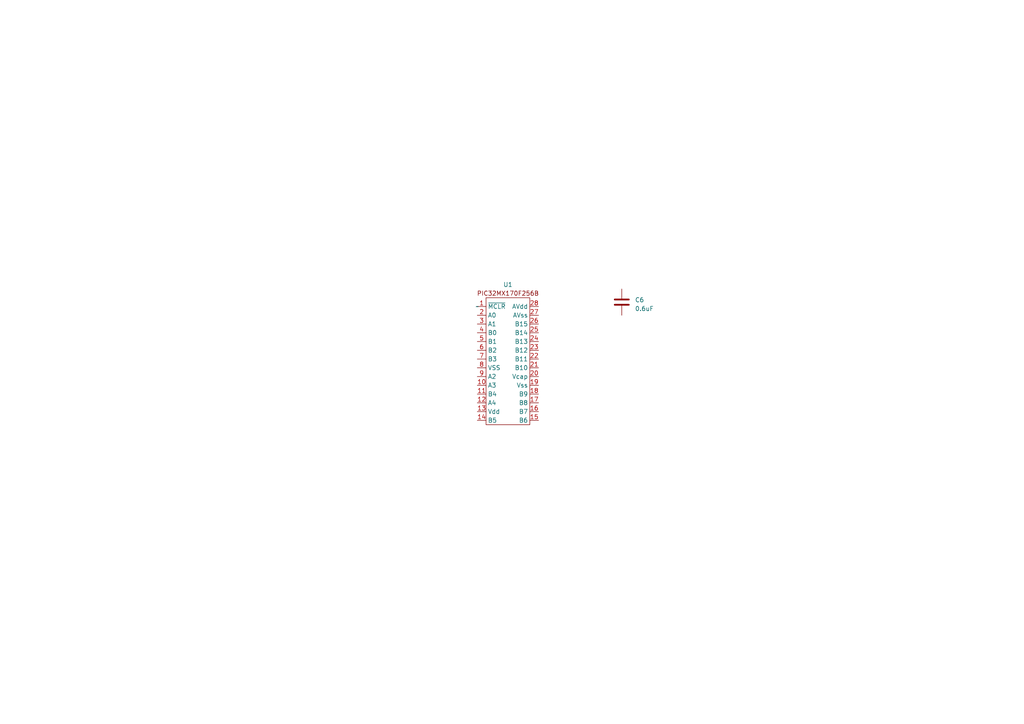
<source format=kicad_sch>
(kicad_sch (version 20230121) (generator eeschema)
  (paper "A4")
  (lib_symbols
    (symbol "Device:C" (pin_numbers hide) (pin_names (offset 0.254))
      (property "Reference" "C" (at 0.635 2.54 0))
      (property "Value" "C" (at 0.635 -2.54 0))
      (symbol "C_0_1"
        (polyline (pts (xy -2.032 -0.762) (xy 2.032 -0.762)) (stroke (width 0.508)))
        (polyline (pts (xy -2.032 0.762) (xy 2.032 0.762)) (stroke (width 0.508)))
      )
      (symbol "C_1_1"
        (pin passive line (at 0 3.81 270) (length 2.794) (name "~") (number "1"))
        (pin passive line (at 0 -3.81 90) (length 2.794) (name "~") (number "2"))
      )
    )
    (symbol "PIC32:PIC32MX170F256B"
      (property "Reference" "U" (at 8.89 6.35 0))
      (symbol "PIC32MX170F256B_0_1"
        (rectangle (start 2.54 2.54) (end 15.24 -34.29))
      )
      (symbol "PIC32MX170F256B_1_1"
        (text "PIC32MX170F256B" (at 8.89 3.81 0) (effects (font (size 1.27 1.27))))
        (pin input line (at 0 0 0) (length 2.54) (name "~{MCLR}") (number "1"))
        (pin input line (at 0 -22.86 0) (length 2.54) (name "A3") (number "10"))
        (pin input line (at 0 -25.4 0) (length 2.54) (name "B4") (number "11"))
        (pin input line (at 0 -27.94 0) (length 2.54) (name "A4") (number "12"))
        (pin input line (at 0 -30.48 0) (length 2.54) (name "Vdd") (number "13"))
        (pin input line (at 0 -33.02 0) (length 2.54) (name "B5") (number "14"))
        (pin input line (at 17.78 -33.02 180) (length 2.54) (name "B6") (number "15"))
        (pin input line (at 17.78 -30.48 180) (length 2.54) (name "B7") (number "16"))
        (pin input line (at 17.78 -27.94 180) (length 2.54) (name "B8") (number "17"))
        (pin input line (at 17.78 -25.4 180) (length 2.54) (name "B9") (number "18"))
        (pin input line (at 17.78 -22.86 180) (length 2.54) (name "Vss") (number "19"))
        (pin input line (at 0 -2.54 0) (length 2.54) (name "A0") (number "2"))
        (pin input line (at 17.78 -20.32 180) (length 2.54) (name "Vcap") (number "20"))
        (pin input line (at 17.78 -17.78 180) (length 2.54) (name "B10") (number "21"))
        (pin input line (at 17.78 -15.24 180) (length 2.54) (name "B11") (number "22"))
        (pin input line (at 17.78 -12.7 180) (length 2.54) (name "B12") (number "23"))
        (pin input line (at 17.78 -10.16 180) (length 2.54) (name "B13") (number "24"))
        (pin input line (at 17.78 -7.62 180) (length 2.54) (name "B14") (number "25"))
        (pin input line (at 17.78 -5.08 180) (length 2.54) (name "B15") (number "26"))
        (pin input line (at 17.78 -2.54 180) (length 2.54) (name "AVss") (number "27"))
        (pin input line (at 17.78 0 180) (length 2.54) (name "AVdd") (number "28"))
        (pin input line (at 0 -5.08 0) (length 2.54) (name "A1") (number "3"))
        (pin input line (at 0 -7.62 0) (length 2.54) (name "B0") (number "4"))
        (pin input line (at 0 -10.16 0) (length 2.54) (name "B1") (number "5"))
        (pin input line (at 0 -12.7 0) (length 2.54) (name "B2") (number "6"))
        (pin input line (at 0 -15.24 0) (length 2.54) (name "B3") (number "7"))
        (pin input line (at 0 -17.78 0) (length 2.54) (name "VSS") (number "8"))
        (pin input line (at 0 -20.32 0) (length 2.54) (name "A2") (number "9"))
      )
    )
  )
  (symbol (lib_id "PIC32:PIC32MX170F256B") (at 138.43 88.9 0) (unit 1)
    (property "Reference" "U1" (at 147.32 82.55 0))
    (property "Value" "~" (at 138.43 88.9 0))
  )
  (symbol (lib_id "Device:C") (at 180.34 87.63 0) (unit 1)
    (property "Reference" "C6" (at 184.15 86.995 0) (effects (justify left)))
    (property "Value" "0.6uF" (at 184.15 89.535 0) (effects (justify left)))
  )
)
</source>
